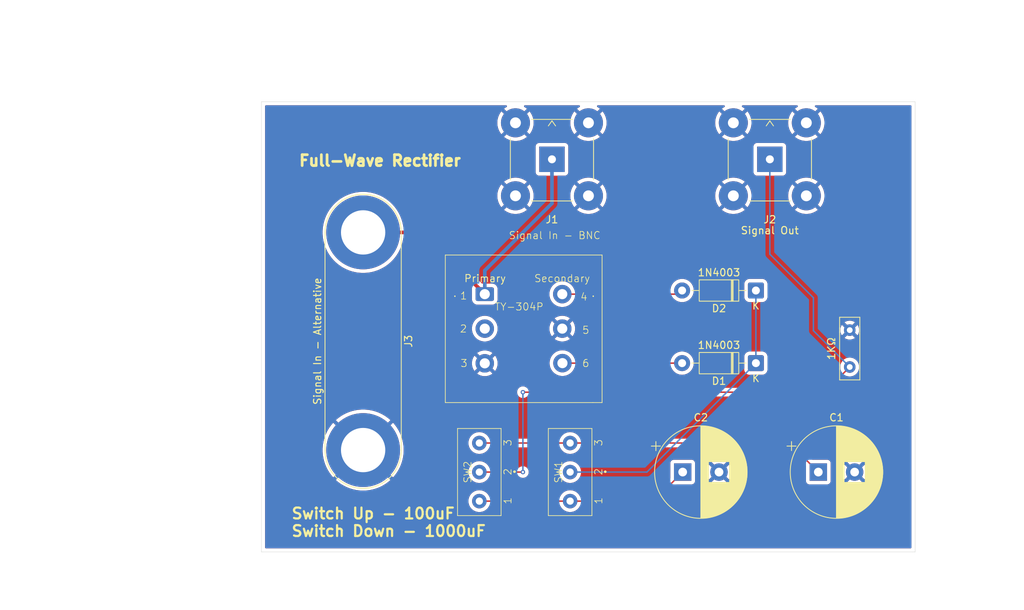
<source format=kicad_pcb>
(kicad_pcb (version 20241229) (generator "pcbnew") (generator_version "9.0")
  (layers (0 "F.Cu" signal) (2 "B.Cu" signal) (13 "F.Paste" user) (15 "B.Paste" user) (5 "F.SilkS" user "F.Silkscreen") (7 "B.SilkS" user "B.Silkscreen") (1 "F.Mask" user) (3 "B.Mask" user) (25 "Edge.Cuts" user))
  (net 0 "")
  (net 1 "Net-(SW1-C)")
  (net 2 "GND")
  (net 3 "Net-(SW1-A)")
  (net 4 "Net-(D1-A)")
  (net 5 "Net-(D1-K)")
  (net 6 "Net-(D2-A)")
  (net 7 "Net-(J1-In)")
  (net 8 "Net-(J2-In)")
  (footprint "PCM_Capacitor_THT_US_AKL:CP_Radial_D12.5mm_P5.00mm" (layer "F.Cu") (at 158 113)
    (property "Reference" "C2" (at 2.5 -7.5 0) (layer "F.SilkS"))
    (property "Value" "1000uF" (hide yes))
    (pad "1" thru_hole rect (at 0 0) (size 2.4 2.4) (drill 1.2) (layers "*.Cu" "*.Mask") (net 3 "Net-(SW1-A)"))
    (pad "2" thru_hole circle (at 5 0) (size 2.4 2.4) (drill 1.2) (layers "*.Cu" "*.Mask") (net 2 "GND"))
  )
  (footprint "Diode_THT:D_DO-41_SOD81_P10.16mm_Horizontal" (layer "F.Cu") (at 168.08 98 180)
    (property "Reference" "D1" (at 5.08 -2.47 0) (layer "F.SilkS"))
    (property "Value" "1N4003" (at 5.08 2.47 0) (layer "F.SilkS"))
    (fp_text user "K" (at 0 -2.1 0) (layer "F.SilkS"))
    (pad "1" thru_hole roundrect (at 0 0 180) (size 2.2 2.2) (drill 1.1) (layers "*.Cu" "*.Mask") (roundrect_rratio 0.113636) (net 5 "Net-(D1-K)"))
    (pad "2" thru_hole circle (at 10.16 0 180) (size 2.2 2.2) (drill 1.1) (layers "*.Cu" "*.Mask") (net 4 "Net-(D1-A)"))
  )
  (footprint "Connector_Coaxial:BNC_TEConnectivity_1478035_Horizontal" (layer "F.Cu") (at 170 69.935)
    (property "Reference" "J2" (at 0 8.3 0) (layer "F.SilkS"))
    (property "Value" "Signal Out" (at 0 9.8 0) (layer "F.SilkS"))
    (pad "1" thru_hole rect (at 0 0) (size 3.5 3.5) (drill 1.1) (layers "*.Cu" "*.Mask") (net 8 "Net-(J2-In)"))
    (pad "2" thru_hole circle (at -5.025 -5.025) (size 4 4) (drill 1.5) (layers "*.Cu" "*.Mask") (net 2 "GND"))
    (pad "2" thru_hole circle (at -5.025 5.025) (size 4 4) (drill 1.5) (layers "*.Cu" "*.Mask") (net 2 "GND"))
    (pad "2" thru_hole circle (at 5.025 -5.025) (size 4 4) (drill 1.5) (layers "*.Cu" "*.Mask") (net 2 "GND"))
    (pad "2" thru_hole circle (at 5.025 5.025) (size 4 4) (drill 1.5) (layers "*.Cu" "*.Mask") (net 2 "GND"))
  )
  (footprint "Diode_THT:D_DO-41_SOD81_P10.16mm_Horizontal" (layer "F.Cu") (at 168.08 88 180)
    (property "Reference" "D2" (at 5.08 -2.47 0) (layer "F.SilkS"))
    (property "Value" "1N4003" (at 5.08 2.47 0) (layer "F.SilkS"))
    (fp_text user "K" (at 0 -2.1 0) (layer "F.SilkS"))
    (pad "1" thru_hole roundrect (at 0 0 180) (size 2.2 2.2) (drill 1.1) (layers "*.Cu" "*.Mask") (roundrect_rratio 0.113636) (net 5 "Net-(D1-K)"))
    (pad "2" thru_hole circle (at 10.16 0 180) (size 2.2 2.2) (drill 1.1) (layers "*.Cu" "*.Mask") (net 6 "Net-(D2-A)"))
  )
  (footprint "Connector:Banana_Jack_2Pin" (layer "F.Cu") (at 114 80 -90)
    (property "Reference" "J3" (at 14.985 -6.24 90) (layer "F.SilkS"))
    (property "Value" "Signal In - Alternative" (at 14.985 6.29 90) (layer "F.SilkS"))
    (pad "1" thru_hole circle (at 0 0 270) (size 10.16 10.16) (drill 6.1) (layers "*.Cu" "*.Mask") (net 7 "Net-(J1-In)"))
    (pad "2" thru_hole circle (at 29.97 0 270) (size 10.16 10.16) (drill 6.1) (layers "*.Cu" "*.Mask") (net 2 "GND"))
  )
  (footprint "Transformers_Footprints:TY_304P_Triad" (layer "F.Cu") (at 135.4744 90.7356)
    (property "Reference" "TY-304P" (at 0 -0.5 0) (layer "F.SilkS") (effects (font (thickness 0.1))))
    (property "Value" "TY-304P")
    (fp_text user "1" (at -8.1788 -1.4224 0) (layer "F.SilkS") (effects (font (thickness 0.1)) (justify left bottom)))
    (fp_text user "." (at 9.906 -1.778 0) (layer "F.SilkS") (effects (font (thickness 0.1)) (justify left bottom)))
    (fp_text user "Primary" (at -7.62 -3.81 0) (layer "F.SilkS") (effects (font (thickness 0.125)) (justify left bottom)))
    (fp_text user "4" (at 8.382 -1.27 0) (layer "F.SilkS") (effects (font (thickness 0.1)) (justify left bottom)))
    (fp_text user "5" (at 8.636 3.302 0) (layer "F.SilkS") (effects (font (thickness 0.1)) (justify left bottom)))
    (fp_text user "2" (at -8.2042 3.1242 0) (layer "F.SilkS") (effects (font (thickness 0.1)) (justify left bottom)))
    (fp_text user "6" (at 8.636 7.874 0) (layer "F.SilkS") (effects (font (thickness 0.1)) (justify left bottom)))
    (fp_text user "3" (at -8.128 7.874 0) (layer "F.SilkS") (effects (font (thickness 0.1)) (justify left bottom)))
    (fp_text user "Secondary" (at 2.032 -3.81 0) (layer "F.SilkS") (effects (font (thickness 0.1)) (justify left bottom)))
    (fp_text user "." (at -9.144 -1.778 0) (layer "F.SilkS") (effects (font (thickness 0.1)) (justify left bottom)))
    (pad "1" thru_hole roundrect (at -4.7244 -2.2352) (size 2.54 1.905) (drill 1.397) (layers "*.Cu" "*.Mask") (roundrect_rratio 0.15) (net 7 "Net-(J1-In)"))
    (pad "2" thru_hole circle (at -4.7244 2.5146) (size 2.54 2.54) (drill 1.397) (layers "*.Cu" "*.Mask"))
    (pad "3" thru_hole circle (at -4.7244 7.2898) (size 2.54 2.54) (drill 1.397) (layers "*.Cu" "*.Mask") (net 2 "GND"))
    (pad "4" thru_hole circle (at 5.9436 -2.2352) (size 2.54 2.54) (drill 1.397) (layers "*.Cu" "*.Mask") (net 6 "Net-(D2-A)"))
    (pad "5" thru_hole circle (at 5.9436 2.5146) (size 2.54 2.54) (drill 1.397) (layers "*.Cu" "*.Mask") (net 2 "GND"))
    (pad "6" thru_hole circle (at 5.969 7.2644) (size 2.54 2.54) (drill 1.397) (layers "*.Cu" "*.Mask") (net 4 "Net-(D1-A)"))
  )
  (footprint "PCM_Capacitor_THT_US_AKL:CP_Radial_D12.5mm_P5.00mm" (layer "F.Cu") (at 176.676041 113)
    (property "Reference" "C1" (at 2.5 -7.5 0) (layer "F.SilkS"))
    (property "Value" "100uF" (hide yes))
    (pad "1" thru_hole rect (at 0 0) (size 2.4 2.4) (drill 1.2) (layers "*.Cu" "*.Mask") (net 1 "Net-(SW1-C)"))
    (pad "2" thru_hole circle (at 5 0) (size 2.4 2.4) (drill 1.2) (layers "*.Cu" "*.Mask") (net 2 "GND"))
  )
  (footprint "Switches_Footprints:SPDT_Slide_Switch_L12mm_W6mm_Pitch4mm" (layer "F.Cu") (at 129 113 90)
    (property "Reference" "SW2" (at 0 -0.6 90) (layer "F.SilkS") (effects (font (thickness 0.1))))
    (property "Value" "SW_SPDT")
    (fp_text user "1" (at -4.5 5.5 90) (layer "F.SilkS") (effects (font (thickness 0.1)) (justify left bottom)))
    (fp_text user "2" (at -0.5 5.5 90) (layer "F.SilkS") (effects (font (thickness 0.1)) (justify left bottom)))
    (fp_text user "3" (at 3.5 5.5 90) (layer "F.SilkS") (effects (font (thickness 0.1)) (justify left bottom)))
    (fp_text user "." (at -0.35 6.025 90) (layer "F.SilkS") (effects (font (thickness 0.25) (bold yes)) (justify left bottom)))
    (pad "1" thru_hole circle (at -4 1 90) (size 2 2) (drill 1) (layers "*.Cu" "*.Mask") (net 3 "Net-(SW1-A)"))
    (pad "2" thru_hole circle (at 0 1 90) (size 2 2) (drill 1) (layers "*.Cu" "*.Mask") (net 8 "Net-(J2-In)"))
    (pad "3" thru_hole circle (at 4 1 90) (size 2 2) (drill 1) (layers "*.Cu" "*.Mask") (net 1 "Net-(SW1-C)"))
  )
  (footprint "PCM_Resistor_THT_AKL:R_Box_L8.4mm_W2.5mm_P5.08mm" (layer "F.Cu") (at 181 98.535 90)
    (property "Reference" "1KΩ" (at 2.54 -2.52 90) (layer "F.SilkS"))
    (property "Value" "1KΩ" (hide yes))
    (pad "1" thru_hole circle (at 0 0 90) (size 1.6 1.6) (drill 0.8) (layers "*.Cu" "*.Mask") (net 8 "Net-(J2-In)"))
    (pad "2" thru_hole circle (at 5.08 0 90) (size 1.6 1.6) (drill 0.8) (layers "*.Cu" "*.Mask") (net 2 "GND"))
  )
  (footprint "Switches_Footprints:SPDT_Slide_Switch_L12mm_W6mm_Pitch4mm" (layer "F.Cu") (at 141.5 113 90)
    (property "Reference" "SW1" (at 0 -0.6 90) (layer "F.SilkS") (effects (font (thickness 0.1))))
    (property "Value" "SW_SPDT")
    (fp_text user "1" (at -4.5 5.5 90) (layer "F.SilkS") (effects (font (thickness 0.1)) (justify left bottom)))
    (fp_text user "2" (at -0.5 5.5 90) (layer "F.SilkS") (effects (font (thickness 0.1)) (justify left bottom)))
    (fp_text user "." (at -0.35 6.025 90) (layer "F.SilkS") (effects (font (thickness 0.25) (bold yes)) (justify left bottom)))
    (fp_text user "3" (at 3.5 5.5 90) (layer "F.SilkS") (effects (font (thickness 0.1)) (justify left bottom)))
    (pad "1" thru_hole circle (at -4 1 90) (size 2 2) (drill 1) (layers "*.Cu" "*.Mask") (net 3 "Net-(SW1-A)"))
    (pad "2" thru_hole circle (at 0 1 90) (size 2 2) (drill 1) (layers "*.Cu" "*.Mask") (net 5 "Net-(D1-K)"))
    (pad "3" thru_hole circle (at 4 1 90) (size 2 2) (drill 1) (layers "*.Cu" "*.Mask") (net 1 "Net-(SW1-C)"))
  )
  (footprint "Connector_Coaxial:BNC_TEConnectivity_1478035_Horizontal" (layer "F.Cu") (at 140 69.935)
    (property "Reference" "J1" (at 0 8.3 0) (layer "F.SilkS"))
    (property "Value" "Signal In")
    (pad "1" thru_hole rect (at 0 0) (size 3.5 3.5) (drill 1.1) (layers "*.Cu" "*.Mask") (net 7 "Net-(J1-In)"))
    (pad "2" thru_hole circle (at -5.025 -5.025) (size 4 4) (drill 1.5) (layers "*.Cu" "*.Mask") (net 2 "GND"))
    (pad "2" thru_hole circle (at -5.025 5.025) (size 4 4) (drill 1.5) (layers "*.Cu" "*.Mask") (net 2 "GND"))
    (pad "2" thru_hole circle (at 5.025 -5.025) (size 4 4) (drill 1.5) (layers "*.Cu" "*.Mask") (net 2 "GND"))
    (pad "2" thru_hole circle (at 5.025 5.025) (size 4 4) (drill 1.5) (layers "*.Cu" "*.Mask") (net 2 "GND"))
  )
  (gr_line (start 100 62) (end 100 124) (stroke (width 0.05)) (layer "Edge.Cuts"))
  (gr_line (start 190 62) (end 100 62) (stroke (width 0.05)) (layer "Edge.Cuts"))
  (gr_line (start 190 124) (end 190 62) (stroke (width 0.05)) (layer "Edge.Cuts"))
  (gr_line (start 100 124) (end 190 124) (stroke (width 0.05)) (layer "Edge.Cuts"))
  (gr_text "Switch Up - 100uF\nSwitch Down - 1000uF" (at 104 122 0) (layer "F.SilkS") (effects (font (size 1.5 1.5) (thickness 0.3) (bold yes)) (justify left bottom)))
  (gr_text "Signal In - BNC" (at 134 81 0) (layer "F.SilkS") (effects (font (size 1 1) (thickness 0.1)) (justify left bottom)))
  (gr_text "Full-Wave Rectifier" (at 105 71 0) (layer "F.SilkS") (effects (font (size 1.5 1.5) (thickness 0.375) (bold yes)) (justify left bottom)))
  (segment (start 142.5 109) (end 172.676041 109) (width 0.2) (layer "F.Cu") (net 1))
  (segment (start 172.676041 109) (end 176.676041 113) (width 0.2) (layer "F.Cu") (net 1))
  (segment (start 130 109) (end 142.5 109) (width 0.2) (layer "F.Cu") (net 1))
  (segment (start 142.5 117) (end 154 117) (width 0.2) (layer "F.Cu") (net 3))
  (segment (start 154 117) (end 158 113) (width 0.2) (layer "F.Cu") (net 3))
  (segment (start 130 117) (end 142.5 117) (width 0.2) (layer "F.Cu") (net 3))
  (segment (start 141.4434 98) (end 157.92 98) (width 0.2) (layer "F.Cu") (net 4))
  (segment (start 168.08 98) (end 153.08 113) (width 0.2) (layer "B.Cu") (net 5))
  (segment (start 168.08 88) (end 168.08 98) (width 0.2) (layer "B.Cu") (net 5))
  (segment (start 153.08 113) (end 142.5 113) (width 0.2) (layer "B.Cu") (net 5))
  (segment (start 157.4196 88.5004) (end 157.92 88) (width 0.2) (layer "F.Cu") (net 6))
  (segment (start 141.418 88.5004) (end 157.4196 88.5004) (width 0.2) (layer "F.Cu") (net 6))
  (segment (start 114 80) (end 122.2496 80) (width 0.5) (layer "F.Cu") (net 7))
  (segment (start 122.2496 80) (end 130.75 88.5004) (width 0.5) (layer "F.Cu") (net 7))
  (segment (start 130.75 85.25) (end 130.75 88.5004) (width 0.5) (layer "B.Cu") (net 7))
  (segment (start 140 69.935) (end 140 76) (width 0.5) (layer "B.Cu") (net 7))
  (segment (start 140 76) (end 130.75 85.25) (width 0.5) (layer "B.Cu") (net 7))
  (segment (start 177.535 102) (end 181 98.535) (width 0.2) (layer "F.Cu") (net 8))
  (segment (start 130 113) (end 136 113) (width 0.2) (layer "F.Cu") (net 8))
  (segment (start 136 102) (end 177.535 102) (width 0.2) (layer "F.Cu") (net 8))
  (via (at 136 102) (size 0.6) (drill 0.3) (layers "F.Cu" "B.Cu") (net 8))
  (via (at 136 113) (size 0.6) (drill 0.3) (layers "F.Cu" "B.Cu") (net 8))
  (segment (start 176 93.535) (end 181 98.535) (width 0.2) (layer "B.Cu") (net 8))
  (segment (start 136 113) (end 136 102) (width 0.2) (layer "B.Cu") (net 8))
  (segment (start 170 69.935) (end 170 83) (width 0.2) (layer "B.Cu") (net 8))
  (segment (start 170 83) (end 176 89) (width 0.2) (layer "B.Cu") (net 8))
  (segment (start 176 89) (end 176 93.535) (width 0.2) (layer "B.Cu") (net 8))
  (zone (net 2) (net_name "GND") (layers "F.Cu" "B.Cu") (connect_pads (clearance 0.5)) (min_thickness 0.25) (fill yes (thermal_gap 0.5) (thermal_bridge_width 0.5))
    (polygon (pts (xy 64 48) (xy 205 48) (xy 205 132) (xy 72 131)))
  )
)
</source>
